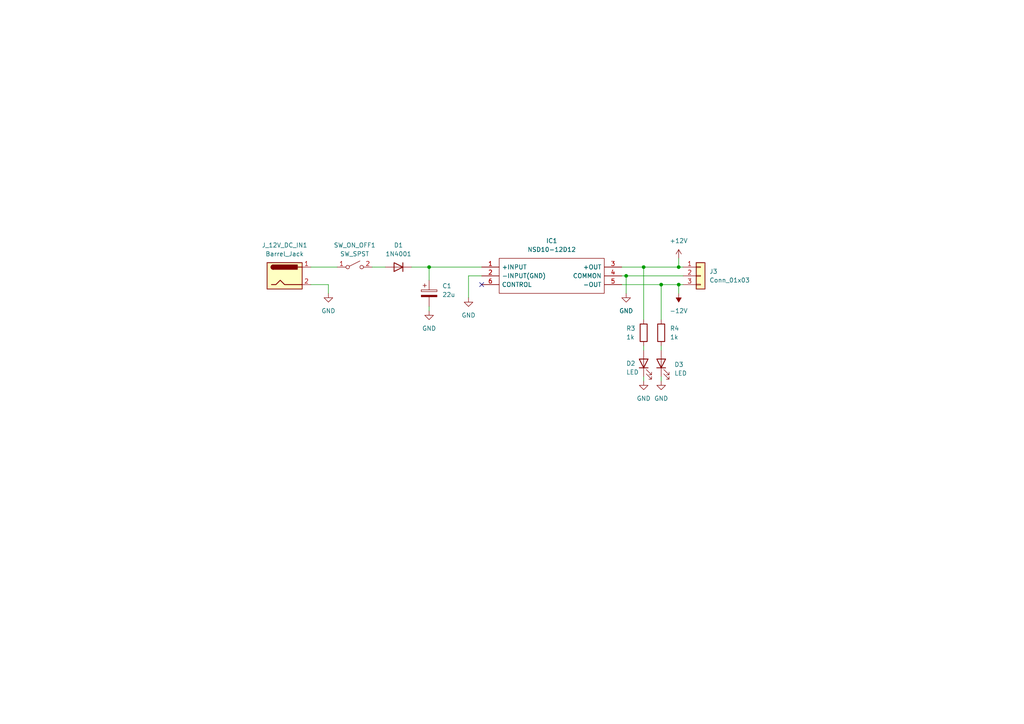
<source format=kicad_sch>
(kicad_sch (version 20231120) (generator "eeschema") (generator_version "8.0")
  (paper "A4")
  (lib_symbols
    (symbol "Connector:Barrel_Jack" (pin_names (offset 1.016))
      (property "Reference" "J" (at 0 5.334 0))
      (property "Value" "Barrel_Jack" (at 0 -5.08 0))
      (symbol "Barrel_Jack_0_1"
        (rectangle (start -5.08 3.81) (end 5.08 -3.81) (stroke (width 0.254)) (fill (type background)))
        (arc (start -3.302 3.175) (mid -3.9343 2.54) (end -3.302 1.905) (stroke (width 0.254)))
        (arc (start -3.302 3.175) (mid -3.9343 2.54) (end -3.302 1.905) (stroke (width 0.254)) (fill (type outline)))
        (polyline (pts (xy 5.08 2.54) (xy 3.81 2.54)) (stroke (width 0.254)))
        (polyline (pts (xy -3.81 -2.54) (xy -2.54 -2.54) (xy -1.27 -1.27) (xy 0 -2.54) (xy 2.54 -2.54) (xy 5.08 -2.54)) (stroke (width 0.254)))
        (rectangle (start 3.683 3.175) (end -3.302 1.905) (stroke (width 0.254)) (fill (type outline)))
      )
      (symbol "Barrel_Jack_1_1"
        (pin passive line (at 7.62 2.54 180) (length 2.54) (name "~") (number "1"))
        (pin passive line (at 7.62 -2.54 180) (length 2.54) (name "~") (number "2"))
      )
    )
    (symbol "Connector_Generic:Conn_01x03" (pin_names (offset 1.016) hide)
      (property "Reference" "J" (at 0 5.08 0))
      (property "Value" "Conn_01x03" (at 0 -5.08 0))
      (symbol "Conn_01x03_1_1"
        (rectangle (start -1.27 -2.413) (end 0 -2.667) (stroke (width 0.1524)))
        (rectangle (start -1.27 0.127) (end 0 -0.127) (stroke (width 0.1524)))
        (rectangle (start -1.27 2.667) (end 0 2.413) (stroke (width 0.1524)))
        (rectangle (start -1.27 3.81) (end 1.27 -3.81) (stroke (width 0.254)) (fill (type background)))
        (pin passive line (at -5.08 2.54 0) (length 3.81) (name "Pin_1") (number "1"))
        (pin passive line (at -5.08 0 0) (length 3.81) (name "Pin_2") (number "2"))
        (pin passive line (at -5.08 -2.54 0) (length 3.81) (name "Pin_3") (number "3"))
      )
    )
    (symbol "Device:C_Polarized" (pin_numbers hide) (pin_names (offset 0.254))
      (property "Reference" "C" (at 0.635 2.54 0))
      (property "Value" "C_Polarized" (at 0.635 -2.54 0))
      (symbol "C_Polarized_0_1"
        (rectangle (start -2.286 0.508) (end 2.286 1.016))
        (polyline (pts (xy -1.778 2.286) (xy -0.762 2.286)))
        (polyline (pts (xy -1.27 2.794) (xy -1.27 1.778)))
        (rectangle (start 2.286 -0.508) (end -2.286 -1.016) (fill (type outline)))
      )
      (symbol "C_Polarized_1_1"
        (pin passive line (at 0 3.81 270) (length 2.794) (name "~") (number "1"))
        (pin passive line (at 0 -3.81 90) (length 2.794) (name "~") (number "2"))
      )
    )
    (symbol "Device:LED" (pin_numbers hide) (pin_names (offset 1.016) hide)
      (property "Reference" "D" (at 0 2.54 0))
      (property "Value" "LED" (at 0 -2.54 0))
      (symbol "LED_0_1"
        (polyline (pts (xy -1.27 -1.27) (xy -1.27 1.27)) (stroke (width 0.254)))
        (polyline (pts (xy -1.27 0) (xy 1.27 0)))
        (polyline (pts (xy 1.27 -1.27) (xy 1.27 1.27) (xy -1.27 0) (xy 1.27 -1.27)) (stroke (width 0.254)))
        (polyline (pts (xy -3.048 -0.762) (xy -4.572 -2.286) (xy -3.81 -2.286) (xy -4.572 -2.286) (xy -4.572 -1.524)))
        (polyline (pts (xy -1.778 -0.762) (xy -3.302 -2.286) (xy -2.54 -2.286) (xy -3.302 -2.286) (xy -3.302 -1.524)))
      )
      (symbol "LED_1_1"
        (pin passive line (at -3.81 0 0) (length 2.54) (name "K") (number "1"))
        (pin passive line (at 3.81 0 180) (length 2.54) (name "A") (number "2"))
      )
    )
    (symbol "Device:R" (pin_numbers hide) (pin_names (offset 0))
      (property "Reference" "R" (at 2.032 0 90))
      (property "Value" "R" (at 0 0 90))
      (symbol "R_0_1"
        (rectangle (start -1.016 -2.54) (end 1.016 2.54) (stroke (width 0.254)))
      )
      (symbol "R_1_1"
        (pin passive line (at 0 3.81 270) (length 1.27) (name "~") (number "1"))
        (pin passive line (at 0 -3.81 90) (length 1.27) (name "~") (number "2"))
      )
    )
    (symbol "Diode:1N4001" (pin_numbers hide) (pin_names hide)
      (property "Reference" "D" (at 0 2.54 0))
      (property "Value" "1N4001" (at 0 -2.54 0))
      (symbol "1N4001_0_1"
        (polyline (pts (xy -1.27 1.27) (xy -1.27 -1.27)) (stroke (width 0.254)))
        (polyline (pts (xy 1.27 0) (xy -1.27 0)))
        (polyline (pts (xy 1.27 1.27) (xy 1.27 -1.27) (xy -1.27 0) (xy 1.27 1.27)) (stroke (width 0.254)))
      )
      (symbol "1N4001_1_1"
        (pin passive line (at -3.81 0 0) (length 2.54) (name "K") (number "1"))
        (pin passive line (at 3.81 0 180) (length 2.54) (name "A") (number "2"))
      )
    )
    (symbol "NSD10-12D5:NSD10-12D5" (pin_names (offset 0.762))
      (property "Reference" "IC" (at 36.83 7.62 0))
      (property "Value" "NSD10-12D5" (at 36.83 5.08 0))
      (symbol "NSD10-12D5_0_0"
        (pin passive line (at 0 0 0) (length 5.08) (name "+INPUT") (number "1"))
        (pin passive line (at 0 -2.54 0) (length 5.08) (name "-INPUT(GND)") (number "2"))
        (pin passive line (at 40.64 0 180) (length 5.08) (name "+OUT") (number "3"))
        (pin passive line (at 40.64 -2.54 180) (length 5.08) (name "COMMON") (number "4"))
        (pin passive line (at 40.64 -5.08 180) (length 5.08) (name "-OUT") (number "5"))
        (pin passive line (at 0 -5.08 0) (length 5.08) (name "CONTROL") (number "6"))
      )
      (symbol "NSD10-12D5_0_1"
        (polyline (pts (xy 5.08 2.54) (xy 35.56 2.54) (xy 35.56 -7.62) (xy 5.08 -7.62) (xy 5.08 2.54)) (stroke (width 0.1524)))
      )
    )
    (symbol "Switch:SW_SPST" (pin_names (offset 0) hide)
      (property "Reference" "SW" (at 0 3.175 0))
      (property "Value" "SW_SPST" (at 0 -2.54 0))
      (symbol "SW_SPST_0_0"
        (circle (center -2.032 0) (radius 0.508))
        (polyline (pts (xy -1.524 0.254) (xy 1.524 1.778)))
        (circle (center 2.032 0) (radius 0.508))
      )
      (symbol "SW_SPST_1_1"
        (pin passive line (at -5.08 0 0) (length 2.54) (name "A") (number "1"))
        (pin passive line (at 5.08 0 180) (length 2.54) (name "B") (number "2"))
      )
    )
    (symbol "power:+12V" (power) (pin_names (offset 0))
      (property "Value" "+12V" (at 0 3.556 0))
      (symbol "+12V_0_1"
        (polyline (pts (xy -0.762 1.27) (xy 0 2.54)))
        (polyline (pts (xy 0 0) (xy 0 2.54)))
        (polyline (pts (xy 0 2.54) (xy 0.762 1.27)))
      )
      (symbol "+12V_1_1"
        (pin power_in line (at 0 0 90) (length 0) hide (name "+12V") (number "1"))
      )
    )
    (symbol "power:-12V" (power) (pin_names (offset 0))
      (property "Value" "-12V" (at 0 3.81 0))
      (symbol "-12V_0_0"
        (pin power_in line (at 0 0 90) (length 0) hide (name "-12V") (number "1"))
      )
      (symbol "-12V_0_1"
        (polyline (pts (xy 0 0) (xy 0 1.27) (xy 0.762 1.27) (xy 0 2.54) (xy -0.762 1.27) (xy 0 1.27)) (fill (type outline)))
      )
    )
    (symbol "power:GND" (power) (pin_names (offset 0))
      (property "Value" "GND" (at 0 -3.81 0))
      (symbol "GND_0_1"
        (polyline (pts (xy 0 0) (xy 0 -1.27) (xy 1.27 -1.27) (xy 0 -2.54) (xy -1.27 -1.27) (xy 0 -1.27)))
      )
      (symbol "GND_1_1"
        (pin power_in line (at 0 0 270) (length 0) hide (name "GND") (number "1"))
      )
    )
  )
  (junction (at 196.85 77.47))
  (junction (at 181.61 80.01))
  (junction (at 186.69 77.47))
  (junction (at 124.46 77.47))
  (junction (at 191.77 82.55))
  (junction (at 196.85 82.55))
  (no_connect (at 139.7 82.55))
  (wire (pts (xy 124.46 77.47) (xy 124.46 81.28)))
  (wire (pts (xy 196.85 77.47) (xy 198.12 77.47)))
  (wire (pts (xy 124.46 77.47) (xy 139.7 77.47)))
  (wire (pts (xy 135.89 80.01) (xy 135.89 86.36)))
  (wire (pts (xy 191.77 110.49) (xy 191.77 109.22)))
  (wire (pts (xy 180.34 80.01) (xy 181.61 80.01)))
  (wire (pts (xy 180.34 77.47) (xy 186.69 77.47)))
  (wire (pts (xy 186.69 101.6) (xy 186.69 100.33)))
  (wire (pts (xy 196.85 85.09) (xy 196.85 82.55)))
  (wire (pts (xy 95.25 85.09) (xy 95.25 82.55)))
  (wire (pts (xy 186.69 77.47) (xy 196.85 77.47)))
  (wire (pts (xy 191.77 82.55) (xy 196.85 82.55)))
  (wire (pts (xy 139.7 80.01) (xy 135.89 80.01)))
  (wire (pts (xy 186.69 110.49) (xy 186.69 109.22)))
  (wire (pts (xy 95.25 82.55) (xy 90.17 82.55)))
  (wire (pts (xy 191.77 101.6) (xy 191.77 100.33)))
  (wire (pts (xy 191.77 82.55) (xy 191.77 92.71)))
  (wire (pts (xy 124.46 90.17) (xy 124.46 88.9)))
  (wire (pts (xy 107.95 77.47) (xy 111.76 77.47)))
  (wire (pts (xy 181.61 80.01) (xy 181.61 85.09)))
  (wire (pts (xy 119.38 77.47) (xy 124.46 77.47)))
  (wire (pts (xy 186.69 77.47) (xy 186.69 92.71)))
  (wire (pts (xy 90.17 77.47) (xy 97.79 77.47)))
  (wire (pts (xy 180.34 82.55) (xy 191.77 82.55)))
  (wire (pts (xy 196.85 82.55) (xy 198.12 82.55)))
  (wire (pts (xy 181.61 80.01) (xy 198.12 80.01)))
  (wire (pts (xy 196.85 74.93) (xy 196.85 77.47)))
  (symbol (lib_id "Device:R") (at 191.77 96.52 0) (unit 1)
    (property "Reference" "R4" (at 194.31 95.25 0) (effects (justify left)))
    (property "Value" "1k" (at 194.31 97.79 0) (effects (justify left)))
  )
  (symbol (lib_id "power:GND") (at 135.89 86.36 0) (unit 1)
    (property "Reference" "#PWR010" (effects (hide yes)))
    (property "Value" "GND" (at 135.89 91.44 0))
  )
  (symbol (lib_id "Switch:SW_SPST") (at 102.87 77.47 0) (unit 1)
    (property "Reference" "SW_ON_OFF1" (at 102.87 71.12 0))
    (property "Value" "SW_SPST" (at 102.87 73.66 0))
  )
  (symbol (lib_id "power:GND") (at 181.61 85.09 0) (unit 1)
    (property "Reference" "#PWR011" (effects (hide yes)))
    (property "Value" "GND" (at 181.61 90.17 0))
  )
  (symbol (lib_id "Device:LED") (at 186.69 105.41 90) (unit 1)
    (property "Reference" "D2" (at 181.61 105.41 90) (effects (justify right)))
    (property "Value" "LED" (at 181.61 107.95 90) (effects (justify right)))
  )
  (symbol (lib_id "power:GND") (at 191.77 110.49 0) (unit 1)
    (property "Reference" "#PWR015" (effects (hide yes)))
    (property "Value" "GND" (at 191.77 115.57 0))
  )
  (symbol (lib_id "Diode:1N4001") (at 115.57 77.47 180) (unit 1)
    (property "Reference" "D1" (at 115.57 71.12 0))
    (property "Value" "1N4001" (at 115.57 73.66 0))
    (property "Footprint" "Diode_THT:D_DO-41_SOD81_P10.16mm_Horizontal" (effects (hide yes)))
    (property "Datasheet" "http://www.vishay.com/docs/88503/1n4001.pdf" (effects (hide yes)))
    (property "Sim.Device" "D" (effects (hide yes)))
    (property "Sim.Pins" "1=K 2=A" (effects (hide yes)))
  )
  (symbol (lib_id "power:+12V") (at 196.85 74.93 0) (unit 1)
    (property "Reference" "#PWR012" (effects (hide yes)))
    (property "Value" "+12V" (at 196.85 69.85 0))
  )
  (symbol (lib_id "Device:C_Polarized") (at 124.46 85.09 0) (unit 1)
    (property "Reference" "C1" (at 128.27 82.931 0) (effects (justify left)))
    (property "Value" "22u" (at 128.27 85.471 0) (effects (justify left)))
  )
  (symbol (lib_id "power:GND") (at 186.69 110.49 0) (unit 1)
    (property "Reference" "#PWR014" (effects (hide yes)))
    (property "Value" "GND" (at 186.69 115.57 0))
  )
  (symbol (lib_id "Connector_Generic:Conn_01x03") (at 203.2 80.01 0) (unit 1)
    (property "Reference" "J3" (at 205.74 78.74 0) (effects (justify left)))
    (property "Value" "Conn_01x03" (at 205.74 81.28 0) (effects (justify left)))
  )
  (symbol (lib_id "power:-12V") (at 196.85 85.09 180) (unit 1)
    (property "Reference" "#PWR013" (effects (hide yes)))
    (property "Value" "-12V" (at 196.85 90.17 0))
  )
  (symbol (lib_id "NSD10-12D5:NSD10-12D5") (at 139.7 77.47 0) (unit 1)
    (property "Reference" "IC1" (at 160.02 69.85 0))
    (property "Value" "NSD10-12D12" (at 160.02 72.39 0))
    (property "Footprint" "NSD1012D5" (effects (hide yes)))
    (property "Datasheet" "https://www.meanwell.com/Upload/PDF/NSD10-D/NSD10-D-SPEC.PDF" (effects (hide yes)))
    (property "Description" "Isolated DC/DC Converters 12Vin 5V1A -5V1A 10W" (effects (hide yes)))
    (property "Height" "10" (effects (hide yes)))
    (property "Manufacturer_Name" "Mean Well" (effects (hide yes)))
    (property "Manufacturer_Part_Number" "NSD10-12D5" (effects (hide yes)))
    (property "Mouser Part Number" "709-NSD10-12D5" (effects (hide yes)))
    (property "Mouser Price/Stock" "https://www.mouser.co.uk/ProductDetail/MEAN-WELL/NSD10-12D5?qs=MCbhYIqTEtlN5bdLsdyUiQ%3D%3D" (effects (hide yes)))
  )
  (symbol (lib_id "power:GND") (at 124.46 90.17 0) (unit 1)
    (property "Reference" "#PWR09" (effects (hide yes)))
    (property "Value" "GND" (at 124.46 95.25 0))
  )
  (symbol (lib_id "Connector:Barrel_Jack") (at 82.55 80.01 0) (unit 1)
    (property "Reference" "J_12V_DC_IN1" (at 82.55 71.12 0))
    (property "Value" "Barrel_Jack" (at 82.55 73.66 0))
  )
  (symbol (lib_id "Device:R") (at 186.69 96.52 0) (unit 1)
    (property "Reference" "R3" (at 181.61 95.25 0) (effects (justify left)))
    (property "Value" "1k" (at 181.61 97.79 0) (effects (justify left)))
  )
  (symbol (lib_id "power:GND") (at 95.25 85.09 0) (unit 1)
    (property "Reference" "#PWR03" (effects (hide yes)))
    (property "Value" "GND" (at 95.25 90.17 0))
  )
  (symbol (lib_id "Device:LED") (at 191.77 105.41 90) (unit 1)
    (property "Reference" "D3" (at 195.58 105.7275 90) (effects (justify right)))
    (property "Value" "LED" (at 195.58 108.2675 90) (effects (justify right)))
  )
)
</source>
